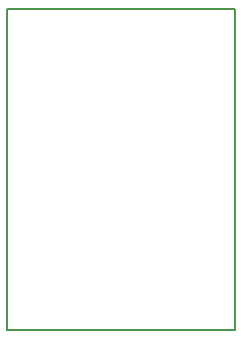
<source format=gm1>
G04 #@! TF.FileFunction,Profile,NP*
%FSLAX46Y46*%
G04 Gerber Fmt 4.6, Leading zero omitted, Abs format (unit mm)*
G04 Created by KiCad (PCBNEW 4.0.7) date 04/30/18 22:22:12*
%MOMM*%
%LPD*%
G01*
G04 APERTURE LIST*
%ADD10C,0.100000*%
%ADD11C,0.150000*%
G04 APERTURE END LIST*
D10*
D11*
X15000000Y-15000000D02*
X15000000Y-42178000D01*
X15000000Y-42178000D02*
X34304000Y-42178000D01*
X34304000Y-15000000D02*
X34304000Y-42178000D01*
X15000000Y-15000000D02*
X34304000Y-15000000D01*
M02*

</source>
